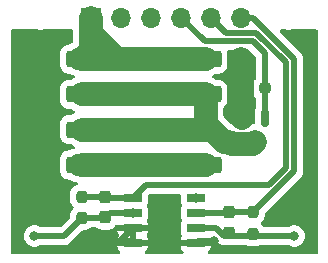
<source format=gbr>
%TF.GenerationSoftware,KiCad,Pcbnew,8.0.2-8.0.2-0~ubuntu22.04.1*%
%TF.CreationDate,2024-05-15T17:42:07+09:00*%
%TF.ProjectId,sensor_emitter_board,73656e73-6f72-45f6-956d-69747465725f,rev?*%
%TF.SameCoordinates,Original*%
%TF.FileFunction,Copper,L1,Top*%
%TF.FilePolarity,Positive*%
%FSLAX46Y46*%
G04 Gerber Fmt 4.6, Leading zero omitted, Abs format (unit mm)*
G04 Created by KiCad (PCBNEW 8.0.2-8.0.2-0~ubuntu22.04.1) date 2024-05-15 17:42:07*
%MOMM*%
%LPD*%
G01*
G04 APERTURE LIST*
G04 Aperture macros list*
%AMRoundRect*
0 Rectangle with rounded corners*
0 $1 Rounding radius*
0 $2 $3 $4 $5 $6 $7 $8 $9 X,Y pos of 4 corners*
0 Add a 4 corners polygon primitive as box body*
4,1,4,$2,$3,$4,$5,$6,$7,$8,$9,$2,$3,0*
0 Add four circle primitives for the rounded corners*
1,1,$1+$1,$2,$3*
1,1,$1+$1,$4,$5*
1,1,$1+$1,$6,$7*
1,1,$1+$1,$8,$9*
0 Add four rect primitives between the rounded corners*
20,1,$1+$1,$2,$3,$4,$5,0*
20,1,$1+$1,$4,$5,$6,$7,0*
20,1,$1+$1,$6,$7,$8,$9,0*
20,1,$1+$1,$8,$9,$2,$3,0*%
G04 Aperture macros list end*
%TA.AperFunction,SMDPad,CuDef*%
%ADD10RoundRect,0.237500X0.250000X0.237500X-0.250000X0.237500X-0.250000X-0.237500X0.250000X-0.237500X0*%
%TD*%
%TA.AperFunction,SMDPad,CuDef*%
%ADD11RoundRect,0.250001X1.074999X-0.462499X1.074999X0.462499X-1.074999X0.462499X-1.074999X-0.462499X0*%
%TD*%
%TA.AperFunction,SMDPad,CuDef*%
%ADD12RoundRect,0.250001X-1.074999X0.462499X-1.074999X-0.462499X1.074999X-0.462499X1.074999X0.462499X0*%
%TD*%
%TA.AperFunction,SMDPad,CuDef*%
%ADD13RoundRect,0.150000X-0.150000X0.587500X-0.150000X-0.587500X0.150000X-0.587500X0.150000X0.587500X0*%
%TD*%
%TA.AperFunction,SMDPad,CuDef*%
%ADD14RoundRect,0.237500X-0.237500X0.300000X-0.237500X-0.300000X0.237500X-0.300000X0.237500X0.300000X0*%
%TD*%
%TA.AperFunction,SMDPad,CuDef*%
%ADD15RoundRect,0.237500X0.237500X-0.300000X0.237500X0.300000X-0.237500X0.300000X-0.237500X-0.300000X0*%
%TD*%
%TA.AperFunction,SMDPad,CuDef*%
%ADD16RoundRect,0.237500X0.237500X-0.250000X0.237500X0.250000X-0.237500X0.250000X-0.237500X-0.250000X0*%
%TD*%
%TA.AperFunction,SMDPad,CuDef*%
%ADD17RoundRect,0.042000X-0.748000X-0.258000X0.748000X-0.258000X0.748000X0.258000X-0.748000X0.258000X0*%
%TD*%
%TA.AperFunction,ComponentPad*%
%ADD18R,1.700000X1.700000*%
%TD*%
%TA.AperFunction,ComponentPad*%
%ADD19O,1.700000X1.700000*%
%TD*%
%TA.AperFunction,SMDPad,CuDef*%
%ADD20RoundRect,0.237500X-0.237500X0.250000X-0.237500X-0.250000X0.237500X-0.250000X0.237500X0.250000X0*%
%TD*%
%TA.AperFunction,ViaPad*%
%ADD21C,0.800000*%
%TD*%
%TA.AperFunction,Conductor*%
%ADD22C,2.000000*%
%TD*%
%TA.AperFunction,Conductor*%
%ADD23C,0.500000*%
%TD*%
G04 APERTURE END LIST*
D10*
%TO.P,R1,1*%
%TO.N,/LED_CONTROL_2*%
X113000000Y-93500000D03*
%TO.P,R1,2*%
%TO.N,GND2*%
X111175000Y-93500000D03*
%TD*%
D11*
%TO.P,D6,1,K*%
%TO.N,/LED_MOSFET_2*%
X101000000Y-94000000D03*
%TO.P,D6,2,A*%
%TO.N,/LED_POWER_2*%
X101000000Y-91025000D03*
%TD*%
%TO.P,D7,1,K*%
%TO.N,/LED_MOSFET_2*%
X104500000Y-94000000D03*
%TO.P,D7,2,A*%
%TO.N,/LED_POWER_2*%
X104500000Y-91025000D03*
%TD*%
%TO.P,D5,1,K*%
%TO.N,/LED_MOSFET_2*%
X97500000Y-94000000D03*
%TO.P,D5,2,A*%
%TO.N,/LED_POWER_2*%
X97500000Y-91025000D03*
%TD*%
D12*
%TO.P,D1,1,K*%
%TO.N,/LED_MOSFET_2*%
X108000000Y-97000000D03*
%TO.P,D1,2,A*%
%TO.N,/LED_POWER_2*%
X108000000Y-99975000D03*
%TD*%
D13*
%TO.P,Q1,1,G*%
%TO.N,/LED_CONTROL_2*%
X113000000Y-96000000D03*
%TO.P,Q1,2,S*%
%TO.N,GND2*%
X111100000Y-96000000D03*
%TO.P,Q1,3,D*%
%TO.N,/LED_MOSFET_2*%
X112050000Y-97875000D03*
%TD*%
D14*
%TO.P,C4,1*%
%TO.N,/LEFT_SIGNAL_2*%
X99500000Y-102675000D03*
%TO.P,C4,2*%
%TO.N,Net-(U4-VINA-)*%
X99500000Y-104400000D03*
%TD*%
D15*
%TO.P,C3,1*%
%TO.N,Net-(U4-VINB-)*%
X110000000Y-105725000D03*
%TO.P,C3,2*%
%TO.N,/RIGHT_SIGNAL_2*%
X110000000Y-104000000D03*
%TD*%
D12*
%TO.P,D4,1,K*%
%TO.N,/LED_MOSFET_2*%
X97500000Y-97000000D03*
%TO.P,D4,2,A*%
%TO.N,/LED_POWER_2*%
X97500000Y-99975000D03*
%TD*%
D16*
%TO.P,R3,1*%
%TO.N,Net-(U4-VINA-)*%
X97500000Y-104500000D03*
%TO.P,R3,2*%
%TO.N,/LEFT_SIGNAL_2*%
X97500000Y-102675000D03*
%TD*%
D12*
%TO.P,D2,1,K*%
%TO.N,/LED_MOSFET_2*%
X104500000Y-97000000D03*
%TO.P,D2,2,A*%
%TO.N,/LED_POWER_2*%
X104500000Y-99975000D03*
%TD*%
D17*
%TO.P,U4,1,VOUTA*%
%TO.N,/LEFT_SIGNAL_2*%
X101830000Y-102770000D03*
%TO.P,U4,2,VINA-*%
%TO.N,Net-(U4-VINA-)*%
X101830000Y-104040000D03*
%TO.P,U4,3,VINA+*%
%TO.N,GND2*%
X101830000Y-105310000D03*
%TO.P,U4,4,VSS*%
X101830000Y-106580000D03*
%TO.P,U4,5,VINB+*%
X107170000Y-106580000D03*
%TO.P,U4,6,VINB-*%
%TO.N,Net-(U4-VINB-)*%
X107170000Y-105310000D03*
%TO.P,U4,7,VOUTB*%
%TO.N,/RIGHT_SIGNAL_2*%
X107170000Y-104040000D03*
%TO.P,U4,8,VDD*%
%TO.N,/VCC_2*%
X107170000Y-102770000D03*
%TD*%
D18*
%TO.P,J2,1,Pin_1*%
%TO.N,/LED_POWER_2*%
X98300000Y-87500000D03*
D19*
%TO.P,J2,2,Pin_2*%
%TO.N,GND2*%
X100840000Y-87500000D03*
%TO.P,J2,3,Pin_3*%
%TO.N,/VCC_2*%
X103380000Y-87500000D03*
%TO.P,J2,4,Pin_4*%
%TO.N,/LED_CONTROL_2*%
X105920000Y-87500000D03*
%TO.P,J2,5,Pin_5*%
%TO.N,/LEFT_SIGNAL_2*%
X108460000Y-87500000D03*
%TO.P,J2,6,Pin_6*%
%TO.N,/RIGHT_SIGNAL_2*%
X111000000Y-87500000D03*
%TD*%
D11*
%TO.P,D8,1,K*%
%TO.N,/LED_MOSFET_2*%
X108000000Y-94000000D03*
%TO.P,D8,2,A*%
%TO.N,/LED_POWER_2*%
X108000000Y-91025000D03*
%TD*%
D12*
%TO.P,D3,1,K*%
%TO.N,/LED_MOSFET_2*%
X101000000Y-97000000D03*
%TO.P,D3,2,A*%
%TO.N,/LED_POWER_2*%
X101000000Y-99975000D03*
%TD*%
D20*
%TO.P,R2,1*%
%TO.N,/RIGHT_SIGNAL_2*%
X112000000Y-104000000D03*
%TO.P,R2,2*%
%TO.N,Net-(U4-VINB-)*%
X112000000Y-105825000D03*
%TD*%
D21*
%TO.N,Net-(U4-VINB-)*%
X115500000Y-106000000D03*
%TO.N,Net-(U4-VINA-)*%
X101830000Y-104040000D03*
X93500000Y-106000000D03*
%TO.N,/LED_POWER_2*%
X98000000Y-99500000D03*
X97000000Y-99500000D03*
X98000000Y-90500000D03*
X97000000Y-100500000D03*
X97000000Y-90500000D03*
X97000000Y-91500000D03*
X98000000Y-100500000D03*
X98000000Y-91500000D03*
%TO.N,GND2*%
X108707519Y-106405660D03*
X111500000Y-91000000D03*
X110500000Y-92000000D03*
X100242710Y-106379931D03*
X111500000Y-92000000D03*
X110500000Y-91000000D03*
%TO.N,/VCC_2*%
X107170000Y-102770000D03*
%TD*%
D22*
%TO.N,/LED_MOSFET_2*%
X97500000Y-97000000D02*
X108000000Y-97000000D01*
X108000000Y-97000000D02*
X108000000Y-94000000D01*
X108000000Y-97000000D02*
X108500000Y-97000000D01*
X108500000Y-97000000D02*
X109518135Y-98018135D01*
X112011270Y-98200000D02*
X112193135Y-98018135D01*
X109518135Y-98018135D02*
X110006865Y-98018135D01*
X110006865Y-98018135D02*
X110188730Y-98200000D01*
X110188730Y-98200000D02*
X112011270Y-98200000D01*
%TO.N,/LED_POWER_2*%
X108000000Y-99975000D02*
X97500000Y-99975000D01*
X97500000Y-91025000D02*
X108000000Y-91025000D01*
%TO.N,/LED_MOSFET_2*%
X97500000Y-94000000D02*
X108000000Y-94000000D01*
%TO.N,/LED_POWER_2*%
X98300000Y-87500000D02*
X98300000Y-90225000D01*
X98300000Y-90225000D02*
X97500000Y-91025000D01*
D23*
%TO.N,Net-(U4-VINB-)*%
X109500000Y-105900000D02*
X108910000Y-105310000D01*
X109600000Y-106000000D02*
X109500000Y-105900000D01*
X108910000Y-105310000D02*
X107170000Y-105310000D01*
X111500000Y-106000000D02*
X109600000Y-106000000D01*
X111500000Y-106000000D02*
X115500000Y-106000000D01*
%TO.N,Net-(U4-VINA-)*%
X96000000Y-106000000D02*
X97500000Y-104500000D01*
X99500000Y-104400000D02*
X99860000Y-104040000D01*
X93500000Y-106000000D02*
X96000000Y-106000000D01*
X99860000Y-104040000D02*
X101830000Y-104040000D01*
X99400000Y-104500000D02*
X99500000Y-104400000D01*
X97500000Y-104500000D02*
X99400000Y-104500000D01*
%TO.N,/RIGHT_SIGNAL_2*%
X112000000Y-104000000D02*
X115500000Y-100500000D01*
X115500000Y-100500000D02*
X115500000Y-91000000D01*
X110000000Y-104000000D02*
X112000000Y-104000000D01*
X115500000Y-91000000D02*
X112000000Y-87500000D01*
X107170000Y-104040000D02*
X109960000Y-104040000D01*
X109960000Y-104040000D02*
X110000000Y-104000000D01*
X112000000Y-87500000D02*
X111000000Y-87500000D01*
%TO.N,/LEFT_SIGNAL_2*%
X112300000Y-88800000D02*
X109760000Y-88800000D01*
X114800000Y-91300000D02*
X112300000Y-88800000D01*
X101830000Y-102770000D02*
X102925000Y-101675000D01*
X101830000Y-102770000D02*
X99595000Y-102770000D01*
X114800000Y-100200000D02*
X114800000Y-91300000D01*
X99595000Y-102770000D02*
X99500000Y-102675000D01*
X113325000Y-101675000D02*
X114800000Y-100200000D01*
X108620000Y-88120000D02*
X108620000Y-88000000D01*
X109760000Y-88800000D02*
X108460000Y-87500000D01*
X102925000Y-101675000D02*
X113325000Y-101675000D01*
X97500000Y-102675000D02*
X99500000Y-102675000D01*
D22*
%TO.N,/LED_POWER_2*%
X98300000Y-88800000D02*
X100000000Y-90500000D01*
X98300000Y-87500000D02*
X98300000Y-88800000D01*
D23*
%TO.N,GND2*%
X101629931Y-106379931D02*
X101830000Y-106580000D01*
X100242710Y-106379931D02*
X101629931Y-106379931D01*
X100760069Y-106379931D02*
X101830000Y-105310000D01*
D22*
X111100000Y-96000000D02*
X111100000Y-91100000D01*
X111100000Y-91100000D02*
X111000000Y-91000000D01*
D23*
X100242710Y-106379931D02*
X100760069Y-106379931D01*
X107344340Y-106405660D02*
X107170000Y-106580000D01*
X108707519Y-106405660D02*
X107344340Y-106405660D01*
%TO.N,/LED_CONTROL_2*%
X107920000Y-89500000D02*
X112000000Y-89500000D01*
X105920000Y-87500000D02*
X107920000Y-89500000D01*
X112000000Y-89500000D02*
X113000000Y-90500000D01*
X113000000Y-90500000D02*
X113000000Y-96000000D01*
%TD*%
%TA.AperFunction,Conductor*%
%TO.N,GND2*%
G36*
X93687552Y-88508651D02*
G01*
X93687650Y-88508331D01*
X93690904Y-88509317D01*
X93692280Y-88509591D01*
X93693580Y-88510130D01*
X93896535Y-88550500D01*
X93896536Y-88550500D01*
X94103464Y-88550500D01*
X94103465Y-88550500D01*
X94306420Y-88510130D01*
X94307719Y-88509591D01*
X94309095Y-88509317D01*
X94312350Y-88508331D01*
X94312447Y-88508651D01*
X94355939Y-88500000D01*
X96665500Y-88500000D01*
X96733621Y-88520002D01*
X96780114Y-88573658D01*
X96791500Y-88626000D01*
X96791500Y-88676791D01*
X96791499Y-88676821D01*
X96791499Y-88923914D01*
X96791500Y-88923939D01*
X96791500Y-89516528D01*
X96771498Y-89584649D01*
X96717842Y-89631142D01*
X96716791Y-89631615D01*
X96654862Y-89659188D01*
X96543247Y-89708882D01*
X96445451Y-89779936D01*
X96378583Y-89803795D01*
X96377650Y-89803821D01*
X96377651Y-89803837D01*
X96374447Y-89803999D01*
X96270578Y-89814612D01*
X96102262Y-89870385D01*
X96102260Y-89870386D01*
X95951348Y-89963470D01*
X95951342Y-89963475D01*
X95825975Y-90088842D01*
X95825970Y-90088848D01*
X95732886Y-90239760D01*
X95732885Y-90239762D01*
X95677112Y-90408078D01*
X95666500Y-90511947D01*
X95666500Y-91538052D01*
X95666499Y-91538052D01*
X95677112Y-91641921D01*
X95677112Y-91641923D01*
X95677113Y-91641925D01*
X95732885Y-91810238D01*
X95732886Y-91810239D01*
X95825970Y-91961151D01*
X95825975Y-91961157D01*
X95951342Y-92086524D01*
X95951348Y-92086529D01*
X95951349Y-92086530D01*
X96102262Y-92179615D01*
X96270575Y-92235387D01*
X96298906Y-92238281D01*
X96374448Y-92246000D01*
X96374456Y-92246000D01*
X96440209Y-92246000D01*
X96508330Y-92266002D01*
X96514268Y-92270063D01*
X96543248Y-92291118D01*
X96717712Y-92368794D01*
X96836064Y-92393950D01*
X96898537Y-92427678D01*
X96932859Y-92489828D01*
X96928131Y-92560667D01*
X96885856Y-92617704D01*
X96867070Y-92629464D01*
X96709369Y-92709817D01*
X96647269Y-92754936D01*
X96580401Y-92778795D01*
X96573208Y-92779000D01*
X96374448Y-92779000D01*
X96270578Y-92789612D01*
X96102262Y-92845385D01*
X96102260Y-92845386D01*
X95951348Y-92938470D01*
X95951342Y-92938475D01*
X95825975Y-93063842D01*
X95825970Y-93063848D01*
X95732886Y-93214760D01*
X95732885Y-93214762D01*
X95677112Y-93383078D01*
X95666500Y-93486947D01*
X95666500Y-94513052D01*
X95666499Y-94513052D01*
X95677112Y-94616921D01*
X95677112Y-94616923D01*
X95677113Y-94616925D01*
X95732885Y-94785238D01*
X95796546Y-94888448D01*
X95825970Y-94936151D01*
X95825975Y-94936157D01*
X95951342Y-95061524D01*
X95951348Y-95061529D01*
X95951349Y-95061530D01*
X96102262Y-95154615D01*
X96270575Y-95210387D01*
X96298906Y-95213281D01*
X96374448Y-95221000D01*
X96374456Y-95221000D01*
X96573208Y-95221000D01*
X96641329Y-95241002D01*
X96647269Y-95245064D01*
X96688780Y-95275223D01*
X96709373Y-95290185D01*
X96900823Y-95387733D01*
X96952438Y-95436481D01*
X96969504Y-95505396D01*
X96946603Y-95572598D01*
X96900824Y-95612265D01*
X96725013Y-95701845D01*
X96709369Y-95709817D01*
X96647269Y-95754936D01*
X96580401Y-95778795D01*
X96573208Y-95779000D01*
X96374448Y-95779000D01*
X96270578Y-95789612D01*
X96102262Y-95845385D01*
X96102260Y-95845386D01*
X95951348Y-95938470D01*
X95951342Y-95938475D01*
X95825975Y-96063842D01*
X95825970Y-96063848D01*
X95732886Y-96214760D01*
X95732885Y-96214762D01*
X95677112Y-96383078D01*
X95666500Y-96486947D01*
X95666500Y-97513052D01*
X95666499Y-97513052D01*
X95677112Y-97616921D01*
X95677112Y-97616923D01*
X95677113Y-97616925D01*
X95732885Y-97785238D01*
X95732886Y-97785239D01*
X95825970Y-97936151D01*
X95825975Y-97936157D01*
X95951342Y-98061524D01*
X95951348Y-98061529D01*
X95951349Y-98061530D01*
X96102262Y-98154615D01*
X96270575Y-98210387D01*
X96298906Y-98213281D01*
X96374448Y-98221000D01*
X96374456Y-98221000D01*
X96573208Y-98221000D01*
X96641329Y-98241002D01*
X96647269Y-98245064D01*
X96709373Y-98290185D01*
X96867071Y-98370535D01*
X96918685Y-98419283D01*
X96935751Y-98488198D01*
X96912850Y-98555400D01*
X96857253Y-98599552D01*
X96836064Y-98606048D01*
X96717716Y-98631204D01*
X96543247Y-98708882D01*
X96514270Y-98729936D01*
X96447402Y-98753794D01*
X96440209Y-98754000D01*
X96374448Y-98754000D01*
X96270578Y-98764612D01*
X96102262Y-98820385D01*
X96102260Y-98820386D01*
X95951348Y-98913470D01*
X95951342Y-98913475D01*
X95825975Y-99038842D01*
X95825970Y-99038848D01*
X95732886Y-99189760D01*
X95732885Y-99189762D01*
X95677112Y-99358078D01*
X95666500Y-99461947D01*
X95666500Y-100488052D01*
X95666499Y-100488052D01*
X95677112Y-100591921D01*
X95677112Y-100591923D01*
X95677113Y-100591925D01*
X95732885Y-100760238D01*
X95783836Y-100842842D01*
X95825970Y-100911151D01*
X95825975Y-100911157D01*
X95951342Y-101036524D01*
X95951348Y-101036529D01*
X95951349Y-101036530D01*
X96102262Y-101129615D01*
X96270575Y-101185387D01*
X96296545Y-101188040D01*
X96374447Y-101196000D01*
X96377651Y-101196163D01*
X96377642Y-101196326D01*
X96377648Y-101196327D01*
X96377637Y-101196431D01*
X96377567Y-101197813D01*
X96439511Y-101216002D01*
X96445452Y-101220064D01*
X96543248Y-101291118D01*
X96717712Y-101368794D01*
X96904513Y-101408500D01*
X97010294Y-101408500D01*
X97049230Y-101414667D01*
X97139449Y-101443981D01*
X97198055Y-101484054D01*
X97225692Y-101549451D01*
X97213585Y-101619408D01*
X97165579Y-101671714D01*
X97117308Y-101687829D01*
X97117345Y-101687998D01*
X97115838Y-101688320D01*
X97113321Y-101689161D01*
X97110625Y-101689436D01*
X97110621Y-101689437D01*
X96945079Y-101744291D01*
X96796653Y-101835842D01*
X96796647Y-101835847D01*
X96673347Y-101959147D01*
X96673342Y-101959153D01*
X96581791Y-102107580D01*
X96526937Y-102273122D01*
X96516500Y-102375278D01*
X96516500Y-102974712D01*
X96526937Y-103076880D01*
X96581791Y-103242420D01*
X96673342Y-103390846D01*
X96673347Y-103390852D01*
X96780900Y-103498405D01*
X96814926Y-103560717D01*
X96809861Y-103631532D01*
X96780900Y-103676595D01*
X96673347Y-103784147D01*
X96673342Y-103784153D01*
X96581791Y-103932580D01*
X96526937Y-104098122D01*
X96516500Y-104200278D01*
X96516500Y-104358627D01*
X96496498Y-104426748D01*
X96479596Y-104447722D01*
X95722724Y-105204595D01*
X95660411Y-105238620D01*
X95633628Y-105241500D01*
X94042587Y-105241500D01*
X93974466Y-105221498D01*
X93968524Y-105217435D01*
X93956754Y-105208883D01*
X93951590Y-105206584D01*
X93782288Y-105131206D01*
X93595487Y-105091500D01*
X93404513Y-105091500D01*
X93217711Y-105131206D01*
X93043247Y-105208882D01*
X92888744Y-105321135D01*
X92760965Y-105463048D01*
X92760958Y-105463058D01*
X92665476Y-105628438D01*
X92665473Y-105628445D01*
X92606457Y-105810072D01*
X92586496Y-106000000D01*
X92606457Y-106189927D01*
X92628015Y-106256273D01*
X92665473Y-106371556D01*
X92665476Y-106371561D01*
X92760958Y-106536941D01*
X92760965Y-106536951D01*
X92888744Y-106678864D01*
X92925635Y-106705667D01*
X93043248Y-106791118D01*
X93217712Y-106868794D01*
X93404513Y-106908500D01*
X93595487Y-106908500D01*
X93782288Y-106868794D01*
X93956752Y-106791118D01*
X93968524Y-106782564D01*
X94035391Y-106758706D01*
X94042587Y-106758500D01*
X96074701Y-106758500D01*
X96074705Y-106758500D01*
X96074706Y-106758500D01*
X96147976Y-106743925D01*
X96221247Y-106729351D01*
X96359284Y-106672174D01*
X96483515Y-106589166D01*
X97461617Y-105611062D01*
X100532000Y-105611062D01*
X100542613Y-105699441D01*
X100542614Y-105699447D01*
X100598078Y-105840093D01*
X100598080Y-105840096D01*
X100619898Y-105868868D01*
X100645120Y-105935233D01*
X100630458Y-106004699D01*
X100619898Y-106021132D01*
X100598080Y-106049903D01*
X100598078Y-106049906D01*
X100542614Y-106190552D01*
X100542613Y-106190558D01*
X100532000Y-106278937D01*
X100532000Y-106326000D01*
X101576000Y-106326000D01*
X102084000Y-106326000D01*
X103128000Y-106326000D01*
X103128000Y-106278943D01*
X103127999Y-106278937D01*
X103117386Y-106190558D01*
X103117385Y-106190552D01*
X103061919Y-106049901D01*
X103040104Y-106021135D01*
X103014879Y-105954771D01*
X103029539Y-105885304D01*
X103040104Y-105868865D01*
X103061919Y-105840098D01*
X103117385Y-105699447D01*
X103117386Y-105699441D01*
X103127999Y-105611062D01*
X103128000Y-105611057D01*
X103128000Y-105564000D01*
X102084000Y-105564000D01*
X102084000Y-106326000D01*
X101576000Y-106326000D01*
X101576000Y-105564000D01*
X100532000Y-105564000D01*
X100532000Y-105611062D01*
X97461617Y-105611062D01*
X97539776Y-105532903D01*
X97602088Y-105498879D01*
X97628871Y-105495999D01*
X97787212Y-105495999D01*
X97889381Y-105485562D01*
X98054920Y-105430709D01*
X98203346Y-105339158D01*
X98247100Y-105295403D01*
X98309410Y-105261380D01*
X98336194Y-105258500D01*
X98714085Y-105258500D01*
X98782206Y-105278502D01*
X98792234Y-105285663D01*
X98796652Y-105289156D01*
X98796654Y-105289158D01*
X98945080Y-105380709D01*
X99110619Y-105435562D01*
X99212787Y-105446000D01*
X99787212Y-105445999D01*
X99889381Y-105435562D01*
X100054920Y-105380709D01*
X100203346Y-105289158D01*
X100326658Y-105165846D01*
X100363245Y-105106528D01*
X100416029Y-105059051D01*
X100486104Y-105047648D01*
X100505327Y-105056000D01*
X103128000Y-105056000D01*
X103128000Y-105008943D01*
X103127999Y-105008937D01*
X103117386Y-104920558D01*
X103117385Y-104920552D01*
X103061921Y-104779906D01*
X103061918Y-104779902D01*
X103040416Y-104751547D01*
X103015192Y-104685182D01*
X103029852Y-104615716D01*
X103040409Y-104599289D01*
X103062361Y-104570342D01*
X103117877Y-104429564D01*
X103128500Y-104341102D01*
X103128500Y-103738898D01*
X103117877Y-103650436D01*
X103111456Y-103634154D01*
X103062361Y-103509658D01*
X103062360Y-103509657D01*
X103040730Y-103481133D01*
X103015506Y-103414771D01*
X103030165Y-103345305D01*
X103040725Y-103328872D01*
X103062361Y-103300342D01*
X103117877Y-103159564D01*
X103128500Y-103071102D01*
X103128500Y-102596371D01*
X103148502Y-102528250D01*
X103165405Y-102507276D01*
X103202276Y-102470405D01*
X103264588Y-102436379D01*
X103291371Y-102433500D01*
X105745500Y-102433500D01*
X105813621Y-102453502D01*
X105860114Y-102507158D01*
X105871500Y-102559500D01*
X105871500Y-103071105D01*
X105882122Y-103159564D01*
X105937638Y-103300340D01*
X105937640Y-103300344D01*
X105959270Y-103328867D01*
X105984493Y-103395232D01*
X105969832Y-103464699D01*
X105959270Y-103481133D01*
X105937640Y-103509655D01*
X105937638Y-103509659D01*
X105882122Y-103650435D01*
X105871500Y-103738894D01*
X105871500Y-104341105D01*
X105882122Y-104429564D01*
X105937638Y-104570340D01*
X105937640Y-104570344D01*
X105959270Y-104598867D01*
X105984493Y-104665232D01*
X105969832Y-104734699D01*
X105959270Y-104751133D01*
X105937640Y-104779655D01*
X105937638Y-104779659D01*
X105882122Y-104920435D01*
X105871500Y-105008894D01*
X105871500Y-105611105D01*
X105882122Y-105699564D01*
X105937638Y-105840341D01*
X105937641Y-105840345D01*
X105959582Y-105869279D01*
X105984806Y-105935644D01*
X105970145Y-106005111D01*
X105959585Y-106021544D01*
X105938080Y-106049904D01*
X105938078Y-106049906D01*
X105882614Y-106190552D01*
X105882613Y-106190558D01*
X105872000Y-106278937D01*
X105872000Y-106326000D01*
X108468000Y-106326000D01*
X108468000Y-106278943D01*
X108467999Y-106278937D01*
X108465278Y-106256273D01*
X108477015Y-106186253D01*
X108524745Y-106133695D01*
X108593313Y-106115284D01*
X108660949Y-106136867D01*
X108679474Y-106152155D01*
X108910834Y-106383515D01*
X109010834Y-106483515D01*
X109010835Y-106483516D01*
X109116484Y-106589165D01*
X109240716Y-106672174D01*
X109321576Y-106705667D01*
X109378753Y-106729351D01*
X109452022Y-106743924D01*
X109452023Y-106743925D01*
X109466598Y-106746824D01*
X109525294Y-106758500D01*
X109525295Y-106758500D01*
X109587652Y-106758500D01*
X109603742Y-106760202D01*
X109603777Y-106759863D01*
X109610619Y-106760562D01*
X109712787Y-106771000D01*
X110287212Y-106770999D01*
X110396224Y-106759863D01*
X110396258Y-106760203D01*
X110412350Y-106758500D01*
X111425294Y-106758500D01*
X111433171Y-106758500D01*
X111472801Y-106764894D01*
X111610619Y-106810562D01*
X111712787Y-106821000D01*
X112287212Y-106820999D01*
X112389381Y-106810562D01*
X112527198Y-106764895D01*
X112566830Y-106758500D01*
X114957413Y-106758500D01*
X115025534Y-106778502D01*
X115031471Y-106782562D01*
X115043248Y-106791118D01*
X115217712Y-106868794D01*
X115404513Y-106908500D01*
X115595487Y-106908500D01*
X115782288Y-106868794D01*
X115956752Y-106791118D01*
X116111253Y-106678866D01*
X116111255Y-106678864D01*
X116239034Y-106536951D01*
X116239035Y-106536949D01*
X116239040Y-106536944D01*
X116334527Y-106371556D01*
X116393542Y-106189928D01*
X116413504Y-106000000D01*
X116393542Y-105810072D01*
X116334527Y-105628444D01*
X116239040Y-105463056D01*
X116239038Y-105463054D01*
X116239034Y-105463048D01*
X116111255Y-105321135D01*
X115956752Y-105208882D01*
X115782288Y-105131206D01*
X115595487Y-105091500D01*
X115404513Y-105091500D01*
X115217711Y-105131206D01*
X115043245Y-105208883D01*
X115031476Y-105217435D01*
X114964609Y-105241294D01*
X114957413Y-105241500D01*
X112978613Y-105241500D01*
X112910492Y-105221498D01*
X112871374Y-105181649D01*
X112826658Y-105109154D01*
X112826656Y-105109152D01*
X112826652Y-105109147D01*
X112719100Y-105001595D01*
X112685074Y-104939283D01*
X112690139Y-104868468D01*
X112719100Y-104823405D01*
X112826652Y-104715852D01*
X112826658Y-104715846D01*
X112918209Y-104567420D01*
X112973062Y-104401881D01*
X112983500Y-104299713D01*
X112983499Y-104141370D01*
X113003501Y-104073250D01*
X113020399Y-104052280D01*
X116089165Y-100983516D01*
X116125357Y-100929351D01*
X116172174Y-100859284D01*
X116229351Y-100721246D01*
X116258500Y-100574706D01*
X116258500Y-90925294D01*
X116234385Y-90804063D01*
X116229351Y-90778753D01*
X116185032Y-90671759D01*
X116185030Y-90671754D01*
X116172176Y-90640719D01*
X116172174Y-90640716D01*
X116089165Y-90516484D01*
X115983516Y-90410835D01*
X114287776Y-88715095D01*
X114253750Y-88652783D01*
X114258815Y-88581968D01*
X114301362Y-88525132D01*
X114367882Y-88500321D01*
X114376871Y-88500000D01*
X114644061Y-88500000D01*
X114687552Y-88508651D01*
X114687650Y-88508331D01*
X114690904Y-88509317D01*
X114692280Y-88509591D01*
X114693580Y-88510130D01*
X114896535Y-88550500D01*
X114896536Y-88550500D01*
X115103464Y-88550500D01*
X115103465Y-88550500D01*
X115306420Y-88510130D01*
X115307719Y-88509591D01*
X115309095Y-88509317D01*
X115312350Y-88508331D01*
X115312447Y-88508651D01*
X115355939Y-88500000D01*
X117374000Y-88500000D01*
X117442121Y-88520002D01*
X117488614Y-88573658D01*
X117500000Y-88626000D01*
X117500000Y-107374000D01*
X117479998Y-107442121D01*
X117426342Y-107488614D01*
X117374000Y-107500000D01*
X108329946Y-107500000D01*
X108261825Y-107479998D01*
X108215332Y-107426342D01*
X108205228Y-107356068D01*
X108234722Y-107291488D01*
X108253812Y-107273603D01*
X108310565Y-107230565D01*
X108401919Y-107110097D01*
X108457385Y-106969447D01*
X108457386Y-106969441D01*
X108467999Y-106881062D01*
X108468000Y-106881057D01*
X108468000Y-106834000D01*
X105872000Y-106834000D01*
X105872000Y-106881062D01*
X105882613Y-106969441D01*
X105882614Y-106969447D01*
X105938080Y-107110097D01*
X106029434Y-107230565D01*
X106086188Y-107273603D01*
X106128381Y-107330702D01*
X106133006Y-107401548D01*
X106098594Y-107463647D01*
X106036072Y-107497285D01*
X106010054Y-107500000D01*
X102989946Y-107500000D01*
X102921825Y-107479998D01*
X102875332Y-107426342D01*
X102865228Y-107356068D01*
X102894722Y-107291488D01*
X102913812Y-107273603D01*
X102970565Y-107230565D01*
X103061919Y-107110097D01*
X103117385Y-106969447D01*
X103117386Y-106969441D01*
X103127999Y-106881062D01*
X103128000Y-106881057D01*
X103128000Y-106834000D01*
X100532000Y-106834000D01*
X100532000Y-106881062D01*
X100542613Y-106969441D01*
X100542614Y-106969447D01*
X100598080Y-107110097D01*
X100689434Y-107230565D01*
X100746188Y-107273603D01*
X100788381Y-107330702D01*
X100793006Y-107401548D01*
X100758594Y-107463647D01*
X100696072Y-107497285D01*
X100670054Y-107500000D01*
X91626000Y-107500000D01*
X91557879Y-107479998D01*
X91511386Y-107426342D01*
X91500000Y-107374000D01*
X91500000Y-88626000D01*
X91520002Y-88557879D01*
X91573658Y-88511386D01*
X91626000Y-88500000D01*
X93644061Y-88500000D01*
X93687552Y-88508651D01*
G37*
%TD.AperFunction*%
%TA.AperFunction,Conductor*%
G36*
X111701750Y-90278502D02*
G01*
X111722724Y-90295405D01*
X112204595Y-90777276D01*
X112238621Y-90839588D01*
X112241500Y-90866371D01*
X112241500Y-92663806D01*
X112221498Y-92731927D01*
X112204598Y-92752897D01*
X112178701Y-92778795D01*
X112176240Y-92781256D01*
X112113927Y-92815280D01*
X112043111Y-92810214D01*
X111998051Y-92781254D01*
X111890539Y-92673742D01*
X111890533Y-92673737D01*
X111742207Y-92582248D01*
X111576776Y-92527431D01*
X111576773Y-92527430D01*
X111474684Y-92517000D01*
X111429000Y-92517000D01*
X111429000Y-94483000D01*
X111474685Y-94483000D01*
X111474684Y-94482999D01*
X111576773Y-94472569D01*
X111576776Y-94472568D01*
X111742207Y-94417751D01*
X111890533Y-94326262D01*
X111998050Y-94218745D01*
X112060362Y-94184720D01*
X112131178Y-94189784D01*
X112176241Y-94218745D01*
X112204595Y-94247099D01*
X112238621Y-94309411D01*
X112241500Y-94336194D01*
X112241500Y-95128745D01*
X112236497Y-95163897D01*
X112194438Y-95308667D01*
X112194437Y-95308671D01*
X112191500Y-95345988D01*
X112191500Y-96383945D01*
X112171498Y-96452066D01*
X112117842Y-96498559D01*
X112079252Y-96508558D01*
X112079300Y-96508860D01*
X112076188Y-96509352D01*
X112075408Y-96509555D01*
X112074418Y-96509633D01*
X112053707Y-96512913D01*
X111983296Y-96503812D01*
X111928983Y-96458089D01*
X111908012Y-96390261D01*
X111907999Y-96388463D01*
X111908000Y-96254000D01*
X110292001Y-96254000D01*
X110292000Y-96354470D01*
X110271997Y-96422590D01*
X110218342Y-96469083D01*
X110148068Y-96479186D01*
X110083487Y-96449693D01*
X110076905Y-96443564D01*
X109655030Y-96021689D01*
X109655010Y-96021667D01*
X109545405Y-95912062D01*
X109511379Y-95849750D01*
X109508500Y-95822967D01*
X109508500Y-95346043D01*
X110292000Y-95346043D01*
X110292000Y-95746000D01*
X110846000Y-95746000D01*
X111354000Y-95746000D01*
X111907999Y-95746000D01*
X111907999Y-95346043D01*
X111905065Y-95308749D01*
X111858681Y-95149099D01*
X111774051Y-95005998D01*
X111774050Y-95005996D01*
X111656503Y-94888449D01*
X111656501Y-94888448D01*
X111513401Y-94803818D01*
X111354000Y-94757507D01*
X111354000Y-95746000D01*
X110846000Y-95746000D01*
X110846000Y-94757507D01*
X110686598Y-94803818D01*
X110543498Y-94888448D01*
X110543496Y-94888449D01*
X110425949Y-95005996D01*
X110425948Y-95005998D01*
X110341318Y-95149098D01*
X110294934Y-95308750D01*
X110292000Y-95346043D01*
X109508500Y-95346043D01*
X109508500Y-95153872D01*
X109528502Y-95085751D01*
X109545405Y-95064777D01*
X109674024Y-94936157D01*
X109674030Y-94936151D01*
X109767115Y-94785238D01*
X109822887Y-94616925D01*
X109826424Y-94582298D01*
X109833500Y-94513052D01*
X109833500Y-93787184D01*
X110179500Y-93787184D01*
X110189930Y-93889273D01*
X110189931Y-93889276D01*
X110244748Y-94054707D01*
X110336237Y-94203033D01*
X110336242Y-94203039D01*
X110459460Y-94326257D01*
X110459466Y-94326262D01*
X110607792Y-94417751D01*
X110773223Y-94472568D01*
X110773226Y-94472569D01*
X110875315Y-94482999D01*
X110875315Y-94483000D01*
X110921000Y-94483000D01*
X110921000Y-93754000D01*
X110179500Y-93754000D01*
X110179500Y-93787184D01*
X109833500Y-93787184D01*
X109833500Y-93486947D01*
X109822887Y-93383078D01*
X109822887Y-93383075D01*
X109767115Y-93214762D01*
X109765914Y-93212815D01*
X110179500Y-93212815D01*
X110179500Y-93246000D01*
X110921000Y-93246000D01*
X110921000Y-92517000D01*
X110875315Y-92517000D01*
X110773226Y-92527430D01*
X110773223Y-92527431D01*
X110607792Y-92582248D01*
X110459466Y-92673737D01*
X110459460Y-92673742D01*
X110336242Y-92796960D01*
X110336237Y-92796966D01*
X110244748Y-92945292D01*
X110189931Y-93110723D01*
X110189930Y-93110726D01*
X110179500Y-93212815D01*
X109765914Y-93212815D01*
X109674030Y-93063849D01*
X109674029Y-93063848D01*
X109674024Y-93063842D01*
X109548657Y-92938475D01*
X109548651Y-92938470D01*
X109397738Y-92845385D01*
X109229425Y-92789613D01*
X109229423Y-92789612D01*
X109229421Y-92789612D01*
X109125552Y-92779000D01*
X109125544Y-92779000D01*
X108926792Y-92779000D01*
X108858671Y-92758998D01*
X108852731Y-92754936D01*
X108790630Y-92709817D01*
X108790629Y-92709816D01*
X108790627Y-92709815D01*
X108623707Y-92624765D01*
X108572094Y-92576019D01*
X108555028Y-92507104D01*
X108577929Y-92439902D01*
X108623706Y-92400234D01*
X108790627Y-92315185D01*
X108852731Y-92270064D01*
X108919599Y-92246205D01*
X108926792Y-92246000D01*
X109125552Y-92246000D01*
X109194798Y-92238924D01*
X109229425Y-92235387D01*
X109397738Y-92179615D01*
X109548651Y-92086530D01*
X109674030Y-91961151D01*
X109767115Y-91810238D01*
X109822887Y-91641925D01*
X109829492Y-91577276D01*
X109833500Y-91538052D01*
X109833500Y-90511947D01*
X109822188Y-90401233D01*
X109824221Y-90401025D01*
X109828791Y-90340064D01*
X109871531Y-90283374D01*
X109938136Y-90258791D01*
X109946695Y-90258500D01*
X111633629Y-90258500D01*
X111701750Y-90278502D01*
G37*
%TD.AperFunction*%
%TD*%
M02*

</source>
